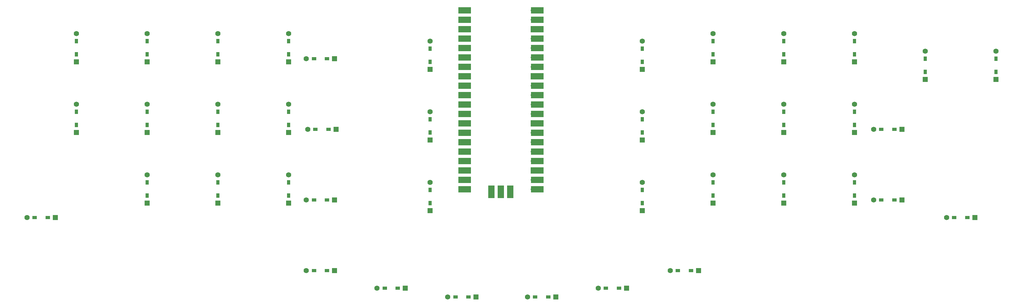
<source format=gtl>
G04 #@! TF.GenerationSoftware,KiCad,Pcbnew,8.0.4*
G04 #@! TF.CreationDate,2024-09-22T19:21:53+09:00*
G04 #@! TF.ProjectId,first_keyboard,66697273-745f-46b6-9579-626f6172642e,rev?*
G04 #@! TF.SameCoordinates,Original*
G04 #@! TF.FileFunction,Copper,L1,Top*
G04 #@! TF.FilePolarity,Positive*
%FSLAX46Y46*%
G04 Gerber Fmt 4.6, Leading zero omitted, Abs format (unit mm)*
G04 Created by KiCad (PCBNEW 8.0.4) date 2024-09-22 19:21:53*
%MOMM*%
%LPD*%
G01*
G04 APERTURE LIST*
G04 #@! TA.AperFunction,ComponentPad*
%ADD10O,1.700000X1.700000*%
G04 #@! TD*
G04 #@! TA.AperFunction,SMDPad,CuDef*
%ADD11R,3.500000X1.700000*%
G04 #@! TD*
G04 #@! TA.AperFunction,ComponentPad*
%ADD12R,1.700000X1.700000*%
G04 #@! TD*
G04 #@! TA.AperFunction,SMDPad,CuDef*
%ADD13R,1.700000X3.500000*%
G04 #@! TD*
G04 #@! TA.AperFunction,ComponentPad*
%ADD14R,1.397000X1.397000*%
G04 #@! TD*
G04 #@! TA.AperFunction,SMDPad,CuDef*
%ADD15R,0.950000X1.300000*%
G04 #@! TD*
G04 #@! TA.AperFunction,ComponentPad*
%ADD16C,1.397000*%
G04 #@! TD*
G04 #@! TA.AperFunction,SMDPad,CuDef*
%ADD17R,1.300000X0.950000*%
G04 #@! TD*
G04 APERTURE END LIST*
D10*
X193516300Y-120332500D03*
D11*
X192616300Y-120332500D03*
D10*
X193516300Y-122872500D03*
D11*
X192616300Y-122872500D03*
D12*
X193516300Y-125412500D03*
D11*
X192616300Y-125412500D03*
D10*
X193516300Y-127952500D03*
D11*
X192616300Y-127952500D03*
D10*
X193516300Y-130492500D03*
D11*
X192616300Y-130492500D03*
D10*
X193516300Y-133032500D03*
D11*
X192616300Y-133032500D03*
D10*
X193516300Y-135572500D03*
D11*
X192616300Y-135572500D03*
D12*
X193516300Y-138112500D03*
D11*
X192616300Y-138112500D03*
D10*
X193516300Y-140652500D03*
D11*
X192616300Y-140652500D03*
D10*
X193516300Y-143192500D03*
D11*
X192616300Y-143192500D03*
D10*
X193516300Y-145732500D03*
D11*
X192616300Y-145732500D03*
D10*
X193516300Y-148272500D03*
D11*
X192616300Y-148272500D03*
D12*
X193516300Y-150812500D03*
D11*
X192616300Y-150812500D03*
D10*
X193516300Y-153352500D03*
D11*
X192616300Y-153352500D03*
D10*
X193516300Y-155892500D03*
D11*
X192616300Y-155892500D03*
D10*
X193516300Y-158432500D03*
D11*
X192616300Y-158432500D03*
D10*
X193516300Y-160972500D03*
D11*
X192616300Y-160972500D03*
D12*
X193516300Y-163512500D03*
D11*
X192616300Y-163512500D03*
D10*
X193516300Y-166052500D03*
D11*
X192616300Y-166052500D03*
D10*
X193516300Y-168592500D03*
D11*
X192616300Y-168592500D03*
D10*
X211296300Y-168592500D03*
D11*
X212196300Y-168592500D03*
D10*
X211296300Y-166052500D03*
D11*
X212196300Y-166052500D03*
D12*
X211296300Y-163512500D03*
D11*
X212196300Y-163512500D03*
D10*
X211296300Y-160972500D03*
D11*
X212196300Y-160972500D03*
D10*
X211296300Y-158432500D03*
D11*
X212196300Y-158432500D03*
D10*
X211296300Y-155892500D03*
D11*
X212196300Y-155892500D03*
D10*
X211296300Y-153352500D03*
D11*
X212196300Y-153352500D03*
D12*
X211296300Y-150812500D03*
D11*
X212196300Y-150812500D03*
D10*
X211296300Y-148272500D03*
D11*
X212196300Y-148272500D03*
D10*
X211296300Y-145732500D03*
D11*
X212196300Y-145732500D03*
D10*
X211296300Y-143192500D03*
D11*
X212196300Y-143192500D03*
D10*
X211296300Y-140652500D03*
D11*
X212196300Y-140652500D03*
D12*
X211296300Y-138112500D03*
D11*
X212196300Y-138112500D03*
D10*
X211296300Y-135572500D03*
D11*
X212196300Y-135572500D03*
D10*
X211296300Y-133032500D03*
D11*
X212196300Y-133032500D03*
D10*
X211296300Y-130492500D03*
D11*
X212196300Y-130492500D03*
D10*
X211296300Y-127952500D03*
D11*
X212196300Y-127952500D03*
D12*
X211296300Y-125412500D03*
D11*
X212196300Y-125412500D03*
D10*
X211296300Y-122872500D03*
D11*
X212196300Y-122872500D03*
D10*
X211296300Y-120332500D03*
D11*
X212196300Y-120332500D03*
D10*
X199866300Y-168362500D03*
D13*
X199866300Y-169262500D03*
D12*
X202406300Y-168362500D03*
D13*
X202406300Y-169262500D03*
D10*
X204946300Y-168362500D03*
D13*
X204946300Y-169262500D03*
D14*
X297656250Y-153222500D03*
D15*
X297656250Y-151187500D03*
X297656250Y-147637500D03*
D16*
X297656250Y-145602500D03*
D14*
X157638750Y-190500000D03*
D17*
X155603750Y-190500000D03*
X152053750Y-190500000D03*
D16*
X150018750Y-190500000D03*
D14*
X240506250Y-136207500D03*
D15*
X240506250Y-134172500D03*
X240506250Y-130622500D03*
D16*
X240506250Y-128587500D03*
D14*
X107156250Y-172272500D03*
D15*
X107156250Y-170237500D03*
X107156250Y-166687500D03*
D16*
X107156250Y-164652500D03*
D14*
X183356250Y-136207500D03*
D15*
X183356250Y-134172500D03*
X183356250Y-130622500D03*
D16*
X183356250Y-128587500D03*
D14*
X145256250Y-172272500D03*
D15*
X145256250Y-170237500D03*
X145256250Y-166687500D03*
D16*
X145256250Y-164652500D03*
D14*
X107156250Y-134172500D03*
D15*
X107156250Y-132137500D03*
X107156250Y-128587500D03*
D16*
X107156250Y-126552500D03*
D14*
X126206250Y-153222500D03*
D15*
X126206250Y-151187500D03*
X126206250Y-147637500D03*
D16*
X126206250Y-145602500D03*
D14*
X195738750Y-197643750D03*
D17*
X193703750Y-197643750D03*
X190153750Y-197643750D03*
D16*
X188118750Y-197643750D03*
D14*
X88106250Y-153222500D03*
D15*
X88106250Y-151187500D03*
X88106250Y-147637500D03*
D16*
X88106250Y-145602500D03*
D14*
X126206250Y-134172500D03*
D15*
X126206250Y-132137500D03*
X126206250Y-128587500D03*
D16*
X126206250Y-126552500D03*
D14*
X126206250Y-172272500D03*
D15*
X126206250Y-170237500D03*
X126206250Y-166687500D03*
D16*
X126206250Y-164652500D03*
D14*
X217170000Y-197643750D03*
D17*
X215135000Y-197643750D03*
X211585000Y-197643750D03*
D16*
X209550000Y-197643750D03*
D14*
X259556250Y-172272500D03*
D15*
X259556250Y-170237500D03*
X259556250Y-166687500D03*
D16*
X259556250Y-164652500D03*
D14*
X82391250Y-176212500D03*
D17*
X80356250Y-176212500D03*
X76806250Y-176212500D03*
D16*
X74771250Y-176212500D03*
D14*
X183356250Y-174307500D03*
D15*
X183356250Y-172272500D03*
X183356250Y-168722500D03*
D16*
X183356250Y-166687500D03*
D14*
X157985000Y-152400000D03*
D17*
X155950000Y-152400000D03*
X152400000Y-152400000D03*
D16*
X150365000Y-152400000D03*
D14*
X297656250Y-172272500D03*
D15*
X297656250Y-170237500D03*
X297656250Y-166687500D03*
D16*
X297656250Y-164652500D03*
D14*
X310385000Y-152400000D03*
D17*
X308350000Y-152400000D03*
X304800000Y-152400000D03*
D16*
X302765000Y-152400000D03*
D14*
X145256250Y-153222500D03*
D15*
X145256250Y-151187500D03*
X145256250Y-147637500D03*
D16*
X145256250Y-145602500D03*
D14*
X259556250Y-153222500D03*
D15*
X259556250Y-151187500D03*
X259556250Y-147637500D03*
D16*
X259556250Y-145602500D03*
D14*
X259556250Y-134172500D03*
D15*
X259556250Y-132137500D03*
X259556250Y-128587500D03*
D16*
X259556250Y-126552500D03*
D14*
X176688750Y-195262500D03*
D17*
X174653750Y-195262500D03*
X171103750Y-195262500D03*
D16*
X169068750Y-195262500D03*
D14*
X278606250Y-153222500D03*
D15*
X278606250Y-151187500D03*
X278606250Y-147637500D03*
D16*
X278606250Y-145602500D03*
D14*
X316706250Y-138935000D03*
D15*
X316706250Y-136900000D03*
X316706250Y-133350000D03*
D16*
X316706250Y-131315000D03*
D14*
X145256250Y-134172500D03*
D15*
X145256250Y-132137500D03*
X145256250Y-128587500D03*
D16*
X145256250Y-126552500D03*
D14*
X335756250Y-138935000D03*
D15*
X335756250Y-136900000D03*
X335756250Y-133350000D03*
D16*
X335756250Y-131315000D03*
D14*
X310385000Y-171450000D03*
D17*
X308350000Y-171450000D03*
X304800000Y-171450000D03*
D16*
X302765000Y-171450000D03*
D14*
X183356250Y-155257500D03*
D15*
X183356250Y-153222500D03*
X183356250Y-149672500D03*
D16*
X183356250Y-147637500D03*
D14*
X107156250Y-153222500D03*
D15*
X107156250Y-151187500D03*
X107156250Y-147637500D03*
D16*
X107156250Y-145602500D03*
D14*
X278606250Y-134172500D03*
D15*
X278606250Y-132137500D03*
X278606250Y-128587500D03*
D16*
X278606250Y-126552500D03*
D14*
X297656250Y-134172500D03*
D15*
X297656250Y-132137500D03*
X297656250Y-128587500D03*
D16*
X297656250Y-126552500D03*
D14*
X88106250Y-134172500D03*
D15*
X88106250Y-132137500D03*
X88106250Y-128587500D03*
D16*
X88106250Y-126552500D03*
D14*
X278606250Y-172272500D03*
D15*
X278606250Y-170237500D03*
X278606250Y-166687500D03*
D16*
X278606250Y-164652500D03*
D14*
X240506250Y-174307500D03*
D15*
X240506250Y-172272500D03*
X240506250Y-168722500D03*
D16*
X240506250Y-166687500D03*
D14*
X236220000Y-195262500D03*
D17*
X234185000Y-195262500D03*
X230635000Y-195262500D03*
D16*
X228600000Y-195262500D03*
D14*
X240506250Y-155257500D03*
D15*
X240506250Y-153222500D03*
X240506250Y-149672500D03*
D16*
X240506250Y-147637500D03*
D14*
X157638750Y-133350000D03*
D17*
X155603750Y-133350000D03*
X152053750Y-133350000D03*
D16*
X150018750Y-133350000D03*
D14*
X330041250Y-176212500D03*
D17*
X328006250Y-176212500D03*
X324456250Y-176212500D03*
D16*
X322421250Y-176212500D03*
D14*
X157638750Y-171450000D03*
D17*
X155603750Y-171450000D03*
X152053750Y-171450000D03*
D16*
X150018750Y-171450000D03*
D14*
X255616250Y-190500000D03*
D17*
X253581250Y-190500000D03*
X250031250Y-190500000D03*
D16*
X247996250Y-190500000D03*
M02*

</source>
